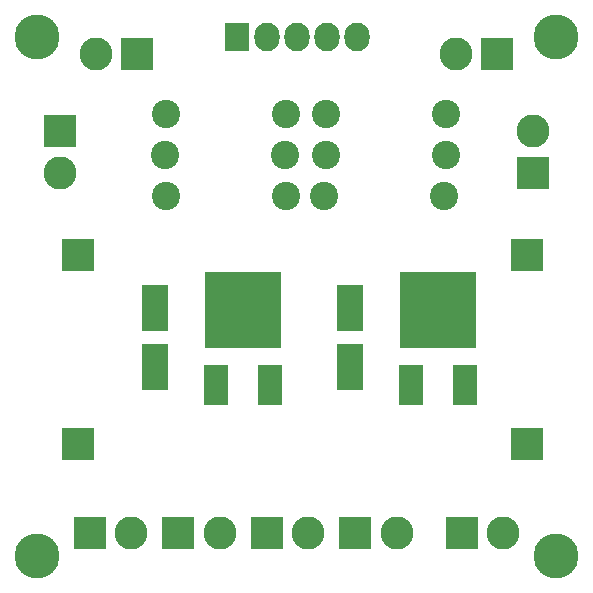
<source format=gbs>
G04 #@! TF.FileFunction,Soldermask,Bot*
%FSLAX46Y46*%
G04 Gerber Fmt 4.6, Leading zero omitted, Abs format (unit mm)*
G04 Created by KiCad (PCBNEW 4.0.4-stable) date 09/13/16 18:24:55*
%MOMM*%
%LPD*%
G01*
G04 APERTURE LIST*
%ADD10C,0.100000*%
%ADD11R,2.200860X3.900120*%
%ADD12C,2.800000*%
%ADD13R,2.800000X2.800000*%
%ADD14R,2.051000X3.448000*%
%ADD15R,6.496000X6.496000*%
%ADD16C,2.398980*%
%ADD17R,2.127200X2.432000*%
%ADD18O,2.127200X2.432000*%
%ADD19C,3.800000*%
G04 APERTURE END LIST*
D10*
D11*
X63000000Y-126000640D03*
X63000000Y-130999360D03*
X79500000Y-126000640D03*
X79500000Y-130999360D03*
D12*
X61000000Y-145000000D03*
D13*
X57500000Y-145000000D03*
D12*
X68500000Y-145000000D03*
D13*
X65000000Y-145000000D03*
D12*
X76000000Y-145000000D03*
D13*
X72500000Y-145000000D03*
D12*
X83500000Y-145000000D03*
D13*
X80000000Y-145000000D03*
D12*
X55000000Y-114500000D03*
D13*
X55000000Y-111000000D03*
D12*
X95000000Y-111000000D03*
D13*
X95000000Y-114500000D03*
D12*
X92500000Y-145000000D03*
D13*
X89000000Y-145000000D03*
D14*
X72786000Y-132500000D03*
D15*
X70500000Y-126150000D03*
D14*
X68214000Y-132500000D03*
X89286000Y-132500000D03*
D15*
X87000000Y-126150000D03*
D14*
X84714000Y-132500000D03*
D16*
X64000000Y-109500000D03*
X74160000Y-109500000D03*
X77500000Y-109500000D03*
X87660000Y-109500000D03*
X74000000Y-113000000D03*
X63840000Y-113000000D03*
X77500000Y-113000000D03*
X87660000Y-113000000D03*
X64000000Y-116500000D03*
X74160000Y-116500000D03*
X87500000Y-116500000D03*
X77340000Y-116500000D03*
D13*
X94500000Y-137500000D03*
X94500000Y-121500000D03*
X56500000Y-121500000D03*
X56500000Y-137500000D03*
D17*
X70000000Y-103000000D03*
D18*
X72540000Y-103000000D03*
X75080000Y-103000000D03*
X77620000Y-103000000D03*
X80160000Y-103000000D03*
D12*
X88500000Y-104500000D03*
D13*
X92000000Y-104500000D03*
D19*
X53000000Y-147000000D03*
X97000000Y-147000000D03*
X97000000Y-103000000D03*
X53000000Y-103000000D03*
D12*
X58000000Y-104500000D03*
D13*
X61500000Y-104500000D03*
M02*

</source>
